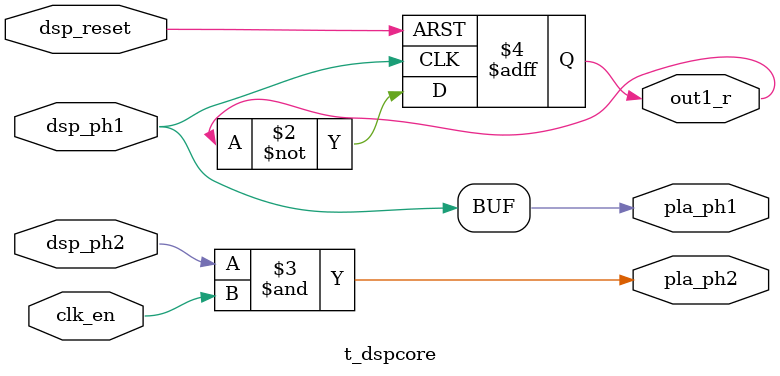
<source format=v>
module t_dspcore (
   out1_r, pla_ph1, pla_ph2,
   dsp_ph1, dsp_ph2, dsp_reset, clk_en
   );
   input dsp_ph1, dsp_ph2, dsp_reset;
   input clk_en;
   output out1_r, pla_ph1, pla_ph2;
   wire   dsp_ph1, dsp_ph2, dsp_reset;
   wire   pla_ph1, pla_ph2;
   reg 	  out1_r;
   always @(posedge dsp_ph1 or posedge dsp_reset) begin
      if (dsp_reset)
	out1_r <= 1'h0;
      else
	out1_r <= ~out1_r;
   end
   assign pla_ph1 = dsp_ph1;
   assign pla_ph2 = dsp_ph2 & clk_en;
endmodule
</source>
